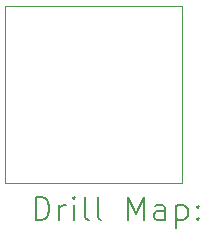
<source format=gbr>
%TF.GenerationSoftware,KiCad,Pcbnew,8.0.7-8.0.7-0~ubuntu24.04.1*%
%TF.CreationDate,2024-12-30T22:58:19-07:00*%
%TF.ProjectId,DRV8311 Motor Driver,44525638-3331-4312-904d-6f746f722044,V1*%
%TF.SameCoordinates,Original*%
%TF.FileFunction,Drillmap*%
%TF.FilePolarity,Positive*%
%FSLAX45Y45*%
G04 Gerber Fmt 4.5, Leading zero omitted, Abs format (unit mm)*
G04 Created by KiCad (PCBNEW 8.0.7-8.0.7-0~ubuntu24.04.1) date 2024-12-30 22:58:19*
%MOMM*%
%LPD*%
G01*
G04 APERTURE LIST*
%ADD10C,0.050000*%
%ADD11C,0.200000*%
G04 APERTURE END LIST*
D10*
X16380000Y-9420000D02*
X17880000Y-9420000D01*
X17880000Y-10920000D01*
X16380000Y-10920000D01*
X16380000Y-9420000D01*
D11*
X16638277Y-11233984D02*
X16638277Y-11033984D01*
X16638277Y-11033984D02*
X16685896Y-11033984D01*
X16685896Y-11033984D02*
X16714467Y-11043508D01*
X16714467Y-11043508D02*
X16733515Y-11062555D01*
X16733515Y-11062555D02*
X16743039Y-11081603D01*
X16743039Y-11081603D02*
X16752562Y-11119698D01*
X16752562Y-11119698D02*
X16752562Y-11148270D01*
X16752562Y-11148270D02*
X16743039Y-11186365D01*
X16743039Y-11186365D02*
X16733515Y-11205412D01*
X16733515Y-11205412D02*
X16714467Y-11224460D01*
X16714467Y-11224460D02*
X16685896Y-11233984D01*
X16685896Y-11233984D02*
X16638277Y-11233984D01*
X16838277Y-11233984D02*
X16838277Y-11100650D01*
X16838277Y-11138746D02*
X16847801Y-11119698D01*
X16847801Y-11119698D02*
X16857324Y-11110174D01*
X16857324Y-11110174D02*
X16876372Y-11100650D01*
X16876372Y-11100650D02*
X16895420Y-11100650D01*
X16962086Y-11233984D02*
X16962086Y-11100650D01*
X16962086Y-11033984D02*
X16952563Y-11043508D01*
X16952563Y-11043508D02*
X16962086Y-11053031D01*
X16962086Y-11053031D02*
X16971610Y-11043508D01*
X16971610Y-11043508D02*
X16962086Y-11033984D01*
X16962086Y-11033984D02*
X16962086Y-11053031D01*
X17085896Y-11233984D02*
X17066848Y-11224460D01*
X17066848Y-11224460D02*
X17057324Y-11205412D01*
X17057324Y-11205412D02*
X17057324Y-11033984D01*
X17190658Y-11233984D02*
X17171610Y-11224460D01*
X17171610Y-11224460D02*
X17162086Y-11205412D01*
X17162086Y-11205412D02*
X17162086Y-11033984D01*
X17419229Y-11233984D02*
X17419229Y-11033984D01*
X17419229Y-11033984D02*
X17485896Y-11176841D01*
X17485896Y-11176841D02*
X17552563Y-11033984D01*
X17552563Y-11033984D02*
X17552563Y-11233984D01*
X17733515Y-11233984D02*
X17733515Y-11129222D01*
X17733515Y-11129222D02*
X17723991Y-11110174D01*
X17723991Y-11110174D02*
X17704944Y-11100650D01*
X17704944Y-11100650D02*
X17666848Y-11100650D01*
X17666848Y-11100650D02*
X17647801Y-11110174D01*
X17733515Y-11224460D02*
X17714467Y-11233984D01*
X17714467Y-11233984D02*
X17666848Y-11233984D01*
X17666848Y-11233984D02*
X17647801Y-11224460D01*
X17647801Y-11224460D02*
X17638277Y-11205412D01*
X17638277Y-11205412D02*
X17638277Y-11186365D01*
X17638277Y-11186365D02*
X17647801Y-11167317D01*
X17647801Y-11167317D02*
X17666848Y-11157793D01*
X17666848Y-11157793D02*
X17714467Y-11157793D01*
X17714467Y-11157793D02*
X17733515Y-11148270D01*
X17828753Y-11100650D02*
X17828753Y-11300650D01*
X17828753Y-11110174D02*
X17847801Y-11100650D01*
X17847801Y-11100650D02*
X17885896Y-11100650D01*
X17885896Y-11100650D02*
X17904944Y-11110174D01*
X17904944Y-11110174D02*
X17914467Y-11119698D01*
X17914467Y-11119698D02*
X17923991Y-11138746D01*
X17923991Y-11138746D02*
X17923991Y-11195888D01*
X17923991Y-11195888D02*
X17914467Y-11214936D01*
X17914467Y-11214936D02*
X17904944Y-11224460D01*
X17904944Y-11224460D02*
X17885896Y-11233984D01*
X17885896Y-11233984D02*
X17847801Y-11233984D01*
X17847801Y-11233984D02*
X17828753Y-11224460D01*
X18009705Y-11214936D02*
X18019229Y-11224460D01*
X18019229Y-11224460D02*
X18009705Y-11233984D01*
X18009705Y-11233984D02*
X18000182Y-11224460D01*
X18000182Y-11224460D02*
X18009705Y-11214936D01*
X18009705Y-11214936D02*
X18009705Y-11233984D01*
X18009705Y-11110174D02*
X18019229Y-11119698D01*
X18019229Y-11119698D02*
X18009705Y-11129222D01*
X18009705Y-11129222D02*
X18000182Y-11119698D01*
X18000182Y-11119698D02*
X18009705Y-11110174D01*
X18009705Y-11110174D02*
X18009705Y-11129222D01*
M02*

</source>
